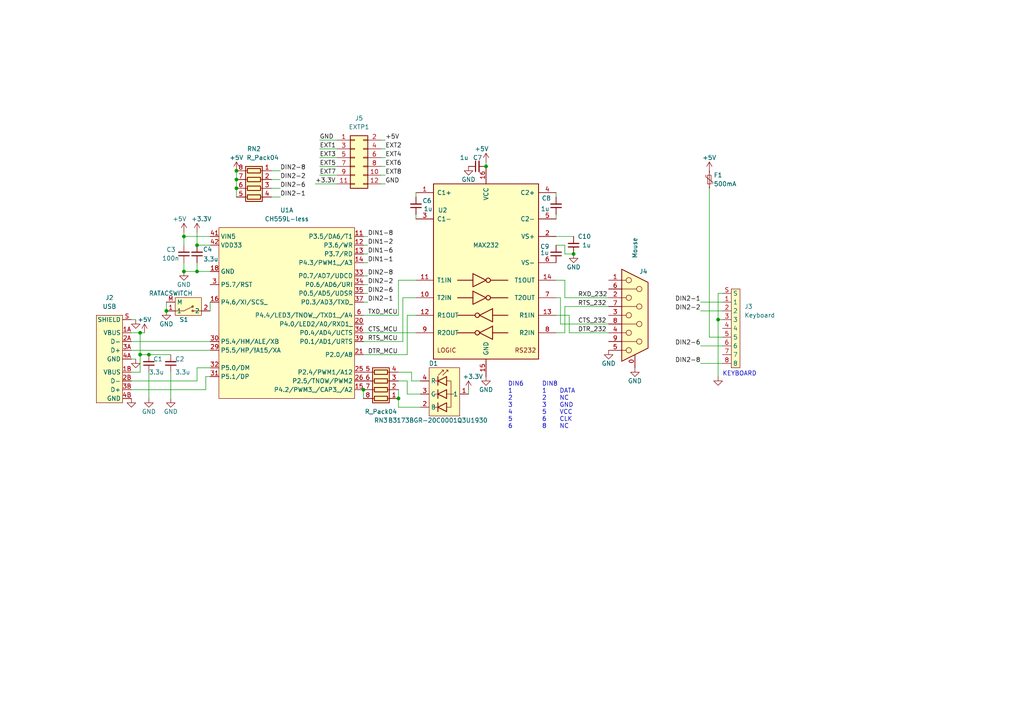
<source format=kicad_sch>
(kicad_sch (version 20211123) (generator eeschema)
  (paper "A4")
  (lib_symbols
    (symbol "CH559L-less_1"
      (property "Reference" "U1" (at 5.715 20.32 0))
      (property "Value" "CH559L-less" (at 5.715 17.78 0))
      (symbol "CH559L-less_1_1_1"
        (rectangle (start -13.97 15.24) (end 25.4 -34.29) (fill (type background)))
        (pin passive line (at 27.94 12.7 180) (length 2.54) (name "P3.5/DA6/T1") (number "11"))
        (pin passive line (at 27.94 10.16 180) (length 2.54) (name "P3.6/WR") (number "12"))
        (pin passive line (at 27.94 7.62 180) (length 2.54) (name "P3.7/RD") (number "13"))
        (pin passive line (at 27.94 5.08 180) (length 2.54) (name "P4.3/PWM1_/A3") (number "14"))
        (pin passive line (at 27.94 -31.75 180) (length 2.54) (name "P4.2/PWM3_/CAP3_/A2") (number "15"))
        (pin passive line (at -16.51 -6.35 0) (length 2.54) (name "P4.6/XI/SCS_") (number "16"))
        (pin passive line (at -16.51 2.54 0) (length 2.54) (name "GND") (number "18"))
        (pin passive line (at 27.94 -12.7 180) (length 2.54) (name "P4.0/LED2/A0/RXD1_") (number "20"))
        (pin passive line (at 27.94 -21.59 180) (length 2.54) (name "P2.0/A8") (number "21"))
        (pin passive line (at 27.94 -26.67 180) (length 2.54) (name "P2.4/PWM1/A12") (number "25"))
        (pin passive line (at 27.94 -29.21 180) (length 2.54) (name "P2.5/TNOW/PWM2") (number "26"))
        (pin passive line (at -16.51 -20.32 0) (length 2.54) (name "P5.5/HP/!A15/XA") (number "29"))
        (pin passive line (at -16.51 -1.27 0) (length 2.54) (name "P5.7/RST") (number "3"))
        (pin passive line (at -16.51 -17.78 0) (length 2.54) (name "P5.4/HM/ALE/XB") (number "30"))
        (pin passive line (at -16.51 -27.94 0) (length 2.54) (name "P5.1/DP") (number "31"))
        (pin passive line (at -16.51 -25.4 0) (length 2.54) (name "P5.0/DM") (number "32"))
        (pin passive line (at 27.94 1.27 180) (length 2.54) (name "P0.7/AD7/UDCD") (number "33"))
        (pin passive line (at 27.94 -1.27 180) (length 2.54) (name "P0.6/AD6/URI") (number "34"))
        (pin passive line (at 27.94 -3.81 180) (length 2.54) (name "P0.5/AD5/UDSR") (number "35"))
        (pin passive line (at 27.94 -15.24 180) (length 2.54) (name "P0.4/AD4/UCTS") (number "36"))
        (pin passive line (at 27.94 -6.35 180) (length 2.54) (name "P0.3/AD3/TXD_") (number "37"))
        (pin passive line (at 27.94 -17.78 180) (length 2.54) (name "P0.1/AD1/URTS") (number "39"))
        (pin passive line (at -16.51 12.7 0) (length 2.54) (name "VIN5") (number "41"))
        (pin passive line (at -16.51 10.16 0) (length 2.54) (name "VDD33") (number "42"))
        (pin passive line (at 27.94 -10.16 180) (length 2.54) (name "P4.4/LED3/TNOW_/TXD1_/A4") (number "6"))
      )
      (symbol "CH559L-less_1_2_1"
        (rectangle (start 41.91 15.24) (end 71.12 -35.56) (fill (type background)))
        (pin passive line (at 29.21 -17.78 180) (length 2.54) (name "P3.4/LEDC/XCS0/T0") (number "10"))
        (pin passive line (at -11.43 7.62 180) (length 2.54) (name "P4.7/X0/SCK_") (number "17"))
        (pin passive line (at -11.43 5.08 180) (length 2.54) (name "P4.1/A1") (number "19"))
        (pin passive line (at -11.43 15.24 180) (length 2.54) (name "P1.7/AIN7/SCK") (number "2"))
        (pin passive line (at 29.21 -30.48 180) (length 2.54) (name "P2.1/MOSI1/A9") (number "22"))
        (pin passive line (at -11.43 -40.64 180) (length 2.54) (name "P2.2/MISO1/A10") (number "23"))
        (pin passive line (at -11.43 -43.18 180) (length 2.54) (name "P2.3/SCK1/A11") (number "24"))
        (pin passive line (at -11.43 -55.88 180) (length 2.54) (name "P2.6/RXD1/A14") (number "27"))
        (pin passive line (at -11.43 -58.42 180) (length 2.54) (name "P2.7/TXD1/DA7/A15") (number "28"))
        (pin passive line (at -11.43 -12.7 180) (length 2.54) (name "P0.2/AD2/RXD_") (number "38"))
        (pin passive line (at -11.43 -46.99 180) (length 2.54) (name "P3.0/RXD") (number "4"))
        (pin passive line (at -11.43 -17.78 180) (length 2.54) (name "P0.0/AD0/UDTR") (number "40"))
        (pin passive line (at -11.43 -20.32 180) (length 2.54) (name "P1.0/AIN0/T1/CAP1") (number "43"))
        (pin passive line (at -11.43 -22.86 180) (length 2.54) (name "P1.1/AIN1/T2EX/CAP2") (number "44"))
        (pin passive line (at 29.21 -49.53 180) (length 2.54) (name "P1.2/AIN2/PWM3/CAP3") (number "45"))
        (pin passive line (at -11.43 -27.94 180) (length 2.54) (name "P1.3/AIN3") (number "46"))
        (pin passive line (at -11.43 -30.48 180) (length 2.54) (name "P1.4/AIN4/SCS") (number "47"))
        (pin passive line (at -11.43 -33.02 180) (length 2.54) (name "P1.5/AIN5/MOSI") (number "48"))
        (pin passive line (at 29.21 -40.64 180) (length 2.54) (name "P4.5/PWM2_/A5") (number "5"))
        (pin passive line (at -11.43 -49.53 180) (length 2.54) (name "P3.1/TXD") (number "7"))
        (pin passive line (at 29.21 -12.7 180) (length 2.54) (name "P3.2/LED0/INT0") (number "8"))
        (pin passive line (at 29.21 -15.24 180) (length 2.54) (name "P3.3/LED1/!A15/INT1") (number "9"))
      )
    )
    (symbol "Connector:DB9_Female_MountingHoles" (pin_names (offset 1.016) hide)
      (property "Reference" "J" (at 0 16.51 0))
      (property "Value" "DB9_Female_MountingHoles" (at 0 14.605 0))
      (symbol "DB9_Female_MountingHoles_0_1"
        (circle (center -1.778 -10.16) (radius 0.762))
        (circle (center -1.778 -5.08) (radius 0.762))
        (circle (center -1.778 0) (radius 0.762))
        (circle (center -1.778 5.08) (radius 0.762))
        (circle (center -1.778 10.16) (radius 0.762))
        (polyline (pts (xy -3.81 -10.16) (xy -2.54 -10.16)))
        (polyline (pts (xy -3.81 -7.62) (xy 0.508 -7.62)))
        (polyline (pts (xy -3.81 -5.08) (xy -2.54 -5.08)))
        (polyline (pts (xy -3.81 -2.54) (xy 0.508 -2.54)))
        (polyline (pts (xy -3.81 0) (xy -2.54 0)))
        (polyline (pts (xy -3.81 2.54) (xy 0.508 2.54)))
        (polyline (pts (xy -3.81 5.08) (xy -2.54 5.08)))
        (polyline (pts (xy -3.81 7.62) (xy 0.508 7.62)))
        (polyline (pts (xy -3.81 10.16) (xy -2.54 10.16)))
        (polyline (pts (xy -3.81 13.335) (xy -3.81 -13.335) (xy 3.81 -9.525) (xy 3.81 9.525) (xy -3.81 13.335)) (stroke (width 0.254)) (fill (type background)))
        (circle (center 1.27 -7.62) (radius 0.762))
        (circle (center 1.27 -2.54) (radius 0.762))
        (circle (center 1.27 2.54) (radius 0.762))
        (circle (center 1.27 7.62) (radius 0.762))
      )
      (symbol "DB9_Female_MountingHoles_1_1"
        (pin passive line (at 0 -15.24 90) (length 3.81) (name "PAD") (number "0"))
        (pin passive line (at -7.62 10.16 0) (length 3.81) (name "1") (number "1"))
        (pin passive line (at -7.62 5.08 0) (length 3.81) (name "2") (number "2"))
        (pin passive line (at -7.62 0 0) (length 3.81) (name "3") (number "3"))
        (pin passive line (at -7.62 -5.08 0) (length 3.81) (name "4") (number "4"))
        (pin passive line (at -7.62 -10.16 0) (length 3.81) (name "5") (number "5"))
        (pin passive line (at -7.62 7.62 0) (length 3.81) (name "6") (number "6"))
        (pin passive line (at -7.62 2.54 0) (length 3.81) (name "7") (number "7"))
        (pin passive line (at -7.62 -2.54 0) (length 3.81) (name "8") (number "8"))
        (pin passive line (at -7.62 -7.62 0) (length 3.81) (name "9") (number "9"))
      )
    )
    (symbol "Connector_Generic:Conn_02x06_Odd_Even" (pin_names (offset 1.016) hide)
      (property "Reference" "J" (at 1.27 7.62 0))
      (property "Value" "Conn_02x06_Odd_Even" (at 1.27 -10.16 0))
      (symbol "Conn_02x06_Odd_Even_1_1"
        (rectangle (start -1.27 -7.493) (end 0 -7.747) (stroke (width 0.1524)))
        (rectangle (start -1.27 -4.953) (end 0 -5.207) (stroke (width 0.1524)))
        (rectangle (start -1.27 -2.413) (end 0 -2.667) (stroke (width 0.1524)))
        (rectangle (start -1.27 0.127) (end 0 -0.127) (stroke (width 0.1524)))
        (rectangle (start -1.27 2.667) (end 0 2.413) (stroke (width 0.1524)))
        (rectangle (start -1.27 5.207) (end 0 4.953) (stroke (width 0.1524)))
        (rectangle (start -1.27 6.35) (end 3.81 -8.89) (stroke (width 0.254)) (fill (type background)))
        (rectangle (start 3.81 -7.493) (end 2.54 -7.747) (stroke (width 0.1524)))
        (rectangle (start 3.81 -4.953) (end 2.54 -5.207) (stroke (width 0.1524)))
        (rectangle (start 3.81 -2.413) (end 2.54 -2.667) (stroke (width 0.1524)))
        (rectangle (start 3.81 0.127) (end 2.54 -0.127) (stroke (width 0.1524)))
        (rectangle (start 3.81 2.667) (end 2.54 2.413) (stroke (width 0.1524)))
        (rectangle (start 3.81 5.207) (end 2.54 4.953) (stroke (width 0.1524)))
        (pin passive line (at -5.08 5.08 0) (length 3.81) (name "Pin_1") (number "1"))
        (pin passive line (at 7.62 -5.08 180) (length 3.81) (name "Pin_10") (number "10"))
        (pin passive line (at -5.08 -7.62 0) (length 3.81) (name "Pin_11") (number "11"))
        (pin passive line (at 7.62 -7.62 180) (length 3.81) (name "Pin_12") (number "12"))
        (pin passive line (at 7.62 5.08 180) (length 3.81) (name "Pin_2") (number "2"))
        (pin passive line (at -5.08 2.54 0) (length 3.81) (name "Pin_3") (number "3"))
        (pin passive line (at 7.62 2.54 180) (length 3.81) (name "Pin_4") (number "4"))
        (pin passive line (at -5.08 0 0) (length 3.81) (name "Pin_5") (number "5"))
        (pin passive line (at 7.62 0 180) (length 3.81) (name "Pin_6") (number "6"))
        (pin passive line (at -5.08 -2.54 0) (length 3.81) (name "Pin_7") (number "7"))
        (pin passive line (at 7.62 -2.54 180) (length 3.81) (name "Pin_8") (number "8"))
        (pin passive line (at -5.08 -5.08 0) (length 3.81) (name "Pin_9") (number "9"))
      )
    )
    (symbol "Device:C_Small" (pin_numbers hide) (pin_names (offset 0.254) hide)
      (property "Reference" "C" (at 0.254 1.778 0))
      (property "Value" "C_Small" (at 0.254 -2.032 0))
      (symbol "C_Small_0_1"
        (polyline (pts (xy -1.524 -0.508) (xy 1.524 -0.508)) (stroke (width 0.3302)))
        (polyline (pts (xy -1.524 0.508) (xy 1.524 0.508)) (stroke (width 0.3048)))
      )
      (symbol "C_Small_1_1"
        (pin passive line (at 0 2.54 270) (length 2.032) (name "~") (number "1"))
        (pin passive line (at 0 -2.54 90) (length 2.032) (name "~") (number "2"))
      )
    )
    (symbol "Device:Polyfuse_Small" (pin_numbers hide) (pin_names (offset 0))
      (property "Reference" "F" (at -1.905 0 90))
      (property "Value" "Polyfuse_Small" (at 1.905 0 90))
      (symbol "Polyfuse_Small_0_1"
        (rectangle (start -0.508 1.27) (end 0.508 -1.27))
        (polyline (pts (xy 0 2.54) (xy 0 -2.54)))
        (polyline (pts (xy -1.016 1.27) (xy -1.016 0.762) (xy 1.016 -0.762) (xy 1.016 -1.27)))
      )
      (symbol "Polyfuse_Small_1_1"
        (pin passive line (at 0 2.54 270) (length 0.635) (name "~") (number "1"))
        (pin passive line (at 0 -2.54 90) (length 0.635) (name "~") (number "2"))
      )
    )
    (symbol "Device:R_Pack04" (pin_names (offset 0) hide)
      (property "Reference" "RN" (at -7.62 0 90))
      (property "Value" "R_Pack04" (at 5.08 0 90))
      (symbol "R_Pack04_0_1"
        (rectangle (start -6.35 -2.413) (end 3.81 2.413) (stroke (width 0.254)) (fill (type background)))
        (rectangle (start -5.715 1.905) (end -4.445 -1.905) (stroke (width 0.254)))
        (rectangle (start -3.175 1.905) (end -1.905 -1.905) (stroke (width 0.254)))
        (rectangle (start -0.635 1.905) (end 0.635 -1.905) (stroke (width 0.254)))
        (polyline (pts (xy -5.08 -2.54) (xy -5.08 -1.905)))
        (polyline (pts (xy -5.08 1.905) (xy -5.08 2.54)))
        (polyline (pts (xy -2.54 -2.54) (xy -2.54 -1.905)))
        (polyline (pts (xy -2.54 1.905) (xy -2.54 2.54)))
        (polyline (pts (xy 0 -2.54) (xy 0 -1.905)))
        (polyline (pts (xy 0 1.905) (xy 0 2.54)))
        (polyline (pts (xy 2.54 -2.54) (xy 2.54 -1.905)))
        (polyline (pts (xy 2.54 1.905) (xy 2.54 2.54)))
        (rectangle (start 1.905 1.905) (end 3.175 -1.905) (stroke (width 0.254)))
      )
      (symbol "R_Pack04_1_1"
        (pin passive line (at -5.08 -5.08 90) (length 2.54) (name "R1.1") (number "1"))
        (pin passive line (at -2.54 -5.08 90) (length 2.54) (name "R2.1") (number "2"))
        (pin passive line (at 0 -5.08 90) (length 2.54) (name "R3.1") (number "3"))
        (pin passive line (at 2.54 -5.08 90) (length 2.54) (name "R4.1") (number "4"))
        (pin passive line (at 2.54 5.08 270) (length 2.54) (name "R4.2") (number "5"))
        (pin passive line (at 0 5.08 270) (length 2.54) (name "R3.2") (number "6"))
        (pin passive line (at -2.54 5.08 270) (length 2.54) (name "R2.2") (number "7"))
        (pin passive line (at -5.08 5.08 270) (length 2.54) (name "R1.2") (number "8"))
      )
    )
    (symbol "Interface_UART:MAX232" (pin_names (offset 1.016))
      (property "Reference" "U" (at -2.54 28.575 0))
      (property "Value" "MAX232" (at -2.54 26.67 0))
      (symbol "MAX232_0_0"
        (text "LOGIC" (at -11.43 -22.86 0) (effects (font (size 1.27 1.27))))
        (text "RS232" (at 11.43 -22.86 0) (effects (font (size 1.27 1.27))))
      )
      (symbol "MAX232_0_1"
        (rectangle (start -15.24 -25.4) (end 15.24 25.4) (stroke (width 0.254)) (fill (type background)))
        (circle (center -2.54 -17.78) (radius 0.635) (stroke (width 0.254)))
        (circle (center -2.54 -12.7) (radius 0.635) (stroke (width 0.254)))
        (polyline (pts (xy -3.81 -7.62) (xy -8.255 -7.62)) (stroke (width 0.254)))
        (polyline (pts (xy -3.81 -2.54) (xy -8.255 -2.54)) (stroke (width 0.254)))
        (polyline (pts (xy -3.175 -17.78) (xy -8.255 -17.78)) (stroke (width 0.254)))
        (polyline (pts (xy -3.175 -12.7) (xy -8.255 -12.7)) (stroke (width 0.254)))
        (polyline (pts (xy 1.27 -7.62) (xy 6.35 -7.62)) (stroke (width 0.254)))
        (polyline (pts (xy 1.27 -2.54) (xy 6.35 -2.54)) (stroke (width 0.254)))
        (polyline (pts (xy 1.905 -17.78) (xy 6.35 -17.78)) (stroke (width 0.254)))
        (polyline (pts (xy 1.905 -12.7) (xy 6.35 -12.7)) (stroke (width 0.254)))
        (polyline (pts (xy -3.81 -5.715) (xy -3.81 -9.525) (xy 0 -7.62) (xy -3.81 -5.715)) (stroke (width 0.254)))
        (polyline (pts (xy -3.81 -0.635) (xy -3.81 -4.445) (xy 0 -2.54) (xy -3.81 -0.635)) (stroke (width 0.254)))
        (polyline (pts (xy 1.905 -15.875) (xy 1.905 -19.685) (xy -1.905 -17.78) (xy 1.905 -15.875)) (stroke (width 0.254)))
        (polyline (pts (xy 1.905 -10.795) (xy 1.905 -14.605) (xy -1.905 -12.7) (xy 1.905 -10.795)) (stroke (width 0.254)))
        (circle (center 0.635 -7.62) (radius 0.635) (stroke (width 0.254)))
        (circle (center 0.635 -2.54) (radius 0.635) (stroke (width 0.254)))
      )
      (symbol "MAX232_1_1"
        (pin passive line (at -20.32 22.86 0) (length 5.08) (name "C1+") (number "1"))
        (pin input line (at -20.32 -7.62 0) (length 5.08) (name "T2IN") (number "10"))
        (pin input line (at -20.32 -2.54 0) (length 5.08) (name "T1IN") (number "11"))
        (pin output line (at -20.32 -12.7 0) (length 5.08) (name "R1OUT") (number "12"))
        (pin input line (at 20.32 -12.7 180) (length 5.08) (name "R1IN") (number "13"))
        (pin output line (at 20.32 -2.54 180) (length 5.08) (name "T1OUT") (number "14"))
        (pin power_in line (at 0 -30.48 90) (length 5.08) (name "GND") (number "15"))
        (pin power_in line (at 0 30.48 270) (length 5.08) (name "VCC") (number "16"))
        (pin power_out line (at 20.32 10.16 180) (length 5.08) (name "VS+") (number "2"))
        (pin passive line (at -20.32 15.24 0) (length 5.08) (name "C1-") (number "3"))
        (pin passive line (at 20.32 22.86 180) (length 5.08) (name "C2+") (number "4"))
        (pin passive line (at 20.32 15.24 180) (length 5.08) (name "C2-") (number "5"))
        (pin power_out line (at 20.32 2.54 180) (length 5.08) (name "VS-") (number "6"))
        (pin output line (at 20.32 -7.62 180) (length 5.08) (name "T2OUT") (number "7"))
        (pin input line (at 20.32 -17.78 180) (length 5.08) (name "R2IN") (number "8"))
        (pin output line (at -20.32 -17.78 0) (length 5.08) (name "R2OUT") (number "9"))
      )
    )
    (symbol "Library:DIN8"
      (property "Reference" "J" (at 3.81 10.16 0))
      (property "Value" "DIN8" (at 3.81 -15.24 0))
      (symbol "DIN8_0_1"
        (rectangle (start 2.54 8.89) (end 5.08 -13.97) (fill (type background)))
      )
      (symbol "DIN8_1_1"
        (pin passive line (at 0 5.08 0) (length 2.54) (name "1") (number "1"))
        (pin passive line (at 0 2.54 0) (length 2.54) (name "2") (number "2"))
        (pin passive line (at 0 0 0) (length 2.54) (name "3") (number "3"))
        (pin passive line (at 0 -2.54 0) (length 2.54) (name "4") (number "4"))
        (pin passive line (at 0 -5.08 0) (length 2.54) (name "5") (number "5"))
        (pin passive line (at 0 -7.62 0) (length 2.54) (name "6") (number "6"))
        (pin passive line (at 0 -10.16 0) (length 2.54) (name "7") (number "7"))
        (pin passive line (at 0 -12.7 0) (length 2.54) (name "8") (number "8"))
        (pin passive line (at 0 7.62 0) (length 2.54) (name "S") (number "S"))
      )
    )
    (symbol "power:+3.3V" (power) (pin_names (offset 0))
      (property "Value" "+3.3V" (at 0 3.556 0))
      (symbol "+3.3V_0_1"
        (polyline (pts (xy -0.762 1.27) (xy 0 2.54)))
        (polyline (pts (xy 0 0) (xy 0 2.54)))
        (polyline (pts (xy 0 2.54) (xy 0.762 1.27)))
      )
      (symbol "+3.3V_1_1"
        (pin power_in line (at 0 0 90) (length 0) hide (name "+3.3V") (number "1"))
      )
    )
    (symbol "power:+5V" (power) (pin_names (offset 0))
      (property "Value" "+5V" (at 0 3.556 0))
      (symbol "+5V_0_1"
        (polyline (pts (xy -0.762 1.27) (xy 0 2.54)))
        (polyline (pts (xy 0 0) (xy 0 2.54)))
        (polyline (pts (xy 0 2.54) (xy 0.762 1.27)))
      )
      (symbol "+5V_1_1"
        (pin power_in line (at 0 0 90) (length 0) hide (name "+5V") (number "1"))
      )
    )
    (symbol "power:GND" (power) (pin_names (offset 0))
      (property "Value" "GND" (at 0 -3.81 0))
      (symbol "GND_0_1"
        (polyline (pts (xy 0 0) (xy 0 -1.27) (xy 1.27 -1.27) (xy 0 -2.54) (xy -1.27 -1.27) (xy 0 -1.27)))
      )
      (symbol "GND_1_1"
        (pin power_in line (at 0 0 270) (length 0) hide (name "GND") (number "1"))
      )
    )
    (symbol "ps2usb:B3173BGR-20C0001Q3U1930"
      (property "Reference" "D" (at 0 -8.89 0))
      (property "Value" "B3173BGR-20C0001Q3U1930" (at 0 7.62 0))
      (symbol "B3173BGR-20C0001Q3U1930_0_1"
        (rectangle (start -3.81 6.35) (end 5.08 -7.62) (fill (type background)))
        (polyline (pts (xy -1.27 -5.08) (xy -2.032 -5.08)))
        (polyline (pts (xy -1.27 -3.81) (xy -1.27 -6.35)) (stroke (width 0.254)))
        (polyline (pts (xy -1.27 -1.27) (xy -2.032 -1.27)))
        (polyline (pts (xy -1.27 0) (xy -1.27 -2.54)) (stroke (width 0.254)))
        (polyline (pts (xy -1.27 2.54) (xy -2.032 2.54)))
        (polyline (pts (xy -1.27 3.81) (xy -1.27 1.27)) (stroke (width 0.254)))
        (polyline (pts (xy 1.651 5.715) (xy 1.143 5.715)))
        (polyline (pts (xy 2.54 -1.27) (xy 1.27 -1.27)))
        (polyline (pts (xy 2.54 -1.27) (xy 3.302 -1.27)))
        (polyline (pts (xy 0.127 4.191) (xy 1.651 5.715) (xy 1.651 5.207)))
        (polyline (pts (xy 2.54 -1.27) (xy 2.54 -5.08) (xy 1.27 -5.08)))
        (polyline (pts (xy 2.54 -1.27) (xy 2.54 2.54) (xy 1.27 2.54)))
        (polyline (pts (xy 1.27 -6.35) (xy 1.27 -3.81) (xy -1.27 -5.08) (xy 1.27 -6.35)) (stroke (width 0.254)))
        (polyline (pts (xy 1.27 -2.54) (xy 1.27 0) (xy -1.27 -1.27) (xy 1.27 -2.54)) (stroke (width 0.254)))
        (polyline (pts (xy 1.27 1.27) (xy 1.27 3.81) (xy -1.27 2.54) (xy 1.27 1.27)) (stroke (width 0.254)))
        (polyline (pts (xy -1.143 4.191) (xy 0.381 5.715) (xy 0.381 5.207) (xy 0.381 5.715) (xy -0.127 5.715)))
      )
      (symbol "B3173BGR-20C0001Q3U1930_1_1"
        (pin passive line (at 7.62 -1.27 180) (length 2.54) (name "1") (number "1"))
        (pin passive line (at -6.35 -5.08 0) (length 2.54) (name "B") (number "2"))
        (pin passive line (at -6.35 -1.27 0) (length 2.54) (name "G") (number "3"))
        (pin passive line (at -6.35 2.54 0) (length 2.54) (name "R") (number "4"))
      )
    )
    (symbol "ps2usb:RATACSWITCH"
      (property "Reference" "S" (at -1.27 -2.54 0))
      (property "Value" "RATACSWITCH" (at 0 5.588 0))
      (symbol "RATACSWITCH_0_1"
        (rectangle (start -2.54 3.81) (end 5.08 -1.27) (fill (type background)))
        (polyline (pts (xy 0 0) (xy -2.54 0)))
        (polyline (pts (xy 0 0) (xy 2.54 1.27)))
        (polyline (pts (xy 5.08 0) (xy 2.54 0)))
        (circle (center 2.54 0) (radius 0.254))
        (circle (center 2.54 1.27) (radius 0.254))
      )
      (symbol "RATACSWITCH_1_1"
        (pin passive line (at -5.08 0 0) (length 2.54) (name "1") (number "1"))
        (pin passive line (at 7.62 0 180) (length 2.54) (name "2") (number "2"))
        (pin passive line (at -5.08 2.54 0) (length 2.54) (name "M") (number "M"))
      )
    )
    (symbol "ps2usb:USB1035"
      (property "Reference" "J" (at 3.81 3.81 0))
      (property "Value" "USB1035" (at 7.62 -24.13 0))
      (symbol "USB1035_0_1"
        (rectangle (start 2.54 2.54) (end 10.16 -22.86) (fill (type background)))
      )
      (symbol "USB1035_1_1"
        (pin power_in line (at 0 -2.54 0) (length 2.54) (name "VBUS") (number "1A"))
        (pin power_in line (at 0 -13.97 0) (length 2.54) (name "VBUS") (number "1B"))
        (pin bidirectional line (at 0 -5.08 0) (length 2.54) (name "D-") (number "2A"))
        (pin bidirectional line (at 0 -16.51 0) (length 2.54) (name "D-") (number "2B"))
        (pin bidirectional line (at 0 -7.62 0) (length 2.54) (name "D+") (number "3A"))
        (pin bidirectional line (at 0 -19.05 0) (length 2.54) (name "D+") (number "3B"))
        (pin power_in line (at 0 -10.16 0) (length 2.54) (name "GND") (number "4A"))
        (pin power_in line (at 0 -21.59 0) (length 2.54) (name "GND") (number "4B"))
        (pin power_in line (at 0 1.27 0) (length 2.54) (name "SHIELD") (number "S"))
      )
    )
  )
  (junction (at 208.28 92.71))
  (junction (at 57.15 71.12))
  (junction (at 53.34 78.74))
  (junction (at 68.58 54.61))
  (junction (at 68.58 49.53))
  (junction (at 43.18 102.87))
  (junction (at 48.26 90.17))
  (junction (at 40.64 102.87))
  (junction (at 68.58 52.07))
  (junction (at 105.41 113.03))
  (junction (at 53.34 68.58))
  (junction (at 115.57 115.57))
  (junction (at 166.37 73.66))
  (junction (at 140.97 48.26))
  (junction (at 57.15 78.74))
  (junction (at 40.64 96.52))
  (wire (pts (xy 53.34 67.31) (xy 53.34 68.58)))
  (wire (pts (xy 57.15 76.2) (xy 57.15 78.74)))
  (wire (pts (xy 40.64 102.87) (xy 40.64 107.95)))
  (wire (pts (xy 118.11 110.49) (xy 118.11 114.3)))
  (wire (pts (xy 161.29 71.12) (xy 163.83 71.12)))
  (wire (pts (xy 106.68 85.09) (xy 105.41 85.09)))
  (wire (pts (xy 115.57 91.44) (xy 115.57 81.28)))
  (wire (pts (xy 38.1 104.14) (xy 39.37 104.14)))
  (wire (pts (xy 161.29 81.28) (xy 163.83 81.28)))
  (wire (pts (xy 118.11 91.44) (xy 120.65 91.44)))
  (wire (pts (xy 81.28 57.15) (xy 78.74 57.15)))
  (wire (pts (xy 57.15 71.12) (xy 60.96 71.12)))
  (wire (pts (xy 161.29 96.52) (xy 163.83 96.52)))
  (wire (pts (xy 38.1 113.03) (xy 59.69 113.03)))
  (wire (pts (xy 135.89 113.03) (xy 135.89 114.3)))
  (wire (pts (xy 120.65 62.23) (xy 120.65 63.5)))
  (wire (pts (xy 68.58 52.07) (xy 68.58 54.61)))
  (wire (pts (xy 53.34 76.2) (xy 53.34 78.74)))
  (wire (pts (xy 120.65 55.88) (xy 120.65 57.15)))
  (wire (pts (xy 106.68 80.01) (xy 105.41 80.01)))
  (wire (pts (xy 209.55 92.71) (xy 208.28 92.71)))
  (wire (pts (xy 203.2 87.63) (xy 209.55 87.63)))
  (wire (pts (xy 140.97 46.99) (xy 140.97 48.26)))
  (wire (pts (xy 57.15 78.74) (xy 53.34 78.74)))
  (wire (pts (xy 106.68 73.66) (xy 105.41 73.66)))
  (wire (pts (xy 110.49 40.64) (xy 111.76 40.64)))
  (wire (pts (xy 38.1 107.95) (xy 40.64 107.95)))
  (wire (pts (xy 161.29 62.23) (xy 161.29 63.5)))
  (wire (pts (xy 81.28 49.53) (xy 78.74 49.53)))
  (wire (pts (xy 106.68 68.58) (xy 105.41 68.58)))
  (wire (pts (xy 110.49 50.8) (xy 111.76 50.8)))
  (wire (pts (xy 209.55 85.09) (xy 208.28 85.09)))
  (wire (pts (xy 209.55 97.79) (xy 205.74 97.79)))
  (wire (pts (xy 38.1 99.06) (xy 60.96 99.06)))
  (wire (pts (xy 40.64 96.52) (xy 41.91 96.52)))
  (wire (pts (xy 162.56 86.36) (xy 162.56 93.98)))
  (wire (pts (xy 161.29 91.44) (xy 165.1 91.44)))
  (wire (pts (xy 119.38 107.95) (xy 119.38 110.49)))
  (wire (pts (xy 176.53 88.9) (xy 163.83 88.9)))
  (wire (pts (xy 68.58 54.61) (xy 68.58 57.15)))
  (wire (pts (xy 81.28 52.07) (xy 78.74 52.07)))
  (wire (pts (xy 59.69 113.03) (xy 59.69 109.22)))
  (wire (pts (xy 43.18 115.57) (xy 43.18 107.95)))
  (wire (pts (xy 208.28 85.09) (xy 208.28 92.71)))
  (wire (pts (xy 115.57 81.28) (xy 120.65 81.28)))
  (wire (pts (xy 176.53 86.36) (xy 163.83 86.36)))
  (wire (pts (xy 40.64 102.87) (xy 43.18 102.87)))
  (wire (pts (xy 105.41 96.52) (xy 120.65 96.52)))
  (wire (pts (xy 40.64 96.52) (xy 40.64 102.87)))
  (wire (pts (xy 166.37 73.66) (xy 163.83 73.66)))
  (wire (pts (xy 81.28 54.61) (xy 78.74 54.61)))
  (wire (pts (xy 60.96 90.17) (xy 60.96 87.63)))
  (wire (pts (xy 115.57 107.95) (xy 119.38 107.95)))
  (wire (pts (xy 203.2 105.41) (xy 209.55 105.41)))
  (wire (pts (xy 110.49 53.34) (xy 111.76 53.34)))
  (wire (pts (xy 105.41 91.44) (xy 115.57 91.44)))
  (wire (pts (xy 115.57 118.11) (xy 121.92 118.11)))
  (wire (pts (xy 106.68 87.63) (xy 105.41 87.63)))
  (wire (pts (xy 105.41 113.03) (xy 105.41 115.57)))
  (wire (pts (xy 60.96 78.74) (xy 57.15 78.74)))
  (wire (pts (xy 68.58 49.53) (xy 68.58 52.07)))
  (wire (pts (xy 106.68 82.55) (xy 105.41 82.55)))
  (wire (pts (xy 43.18 102.87) (xy 49.53 102.87)))
  (wire (pts (xy 208.28 92.71) (xy 208.28 109.22)))
  (wire (pts (xy 106.68 76.2) (xy 105.41 76.2)))
  (wire (pts (xy 110.49 43.18) (xy 111.76 43.18)))
  (wire (pts (xy 53.34 68.58) (xy 53.34 71.12)))
  (wire (pts (xy 59.69 109.22) (xy 60.96 109.22)))
  (wire (pts (xy 91.44 53.34) (xy 97.79 53.34)))
  (wire (pts (xy 57.15 106.68) (xy 57.15 110.49)))
  (wire (pts (xy 38.1 96.52) (xy 40.64 96.52)))
  (wire (pts (xy 92.71 48.26) (xy 97.79 48.26)))
  (wire (pts (xy 60.96 68.58) (xy 53.34 68.58)))
  (wire (pts (xy 163.83 73.66) (xy 163.83 71.12)))
  (wire (pts (xy 92.71 45.72) (xy 97.79 45.72)))
  (wire (pts (xy 38.1 101.6) (xy 60.96 101.6)))
  (wire (pts (xy 115.57 113.03) (xy 115.57 115.57)))
  (wire (pts (xy 105.41 102.87) (xy 118.11 102.87)))
  (wire (pts (xy 161.29 86.36) (xy 162.56 86.36)))
  (wire (pts (xy 161.29 68.58) (xy 166.37 68.58)))
  (wire (pts (xy 163.83 88.9) (xy 163.83 96.52)))
  (wire (pts (xy 118.11 91.44) (xy 118.11 102.87)))
  (wire (pts (xy 92.71 50.8) (xy 97.79 50.8)))
  (wire (pts (xy 92.71 43.18) (xy 97.79 43.18)))
  (wire (pts (xy 106.68 71.12) (xy 105.41 71.12)))
  (wire (pts (xy 116.84 99.06) (xy 116.84 86.36)))
  (wire (pts (xy 38.1 92.71) (xy 39.37 92.71)))
  (wire (pts (xy 115.57 110.49) (xy 118.11 110.49)))
  (wire (pts (xy 49.53 115.57) (xy 49.53 107.95)))
  (wire (pts (xy 115.57 115.57) (xy 115.57 118.11)))
  (wire (pts (xy 118.11 114.3) (xy 121.92 114.3)))
  (wire (pts (xy 119.38 110.49) (xy 121.92 110.49)))
  (wire (pts (xy 203.2 90.17) (xy 209.55 90.17)))
  (wire (pts (xy 92.71 40.64) (xy 97.79 40.64)))
  (wire (pts (xy 165.1 96.52) (xy 176.53 96.52)))
  (wire (pts (xy 161.29 55.88) (xy 161.29 57.15)))
  (wire (pts (xy 48.26 87.63) (xy 48.26 90.17)))
  (wire (pts (xy 110.49 48.26) (xy 111.76 48.26)))
  (wire (pts (xy 205.74 54.61) (xy 205.74 97.79)))
  (wire (pts (xy 105.41 99.06) (xy 116.84 99.06)))
  (wire (pts (xy 38.1 110.49) (xy 57.15 110.49)))
  (wire (pts (xy 57.15 67.31) (xy 57.15 71.12)))
  (wire (pts (xy 110.49 45.72) (xy 111.76 45.72)))
  (wire (pts (xy 57.15 106.68) (xy 60.96 106.68)))
  (wire (pts (xy 163.83 86.36) (xy 163.83 81.28)))
  (wire (pts (xy 162.56 93.98) (xy 176.53 93.98)))
  (wire (pts (xy 116.84 86.36) (xy 120.65 86.36)))
  (wire (pts (xy 165.1 91.44) (xy 165.1 96.52)))
  (wire (pts (xy 203.2 100.33) (xy 209.55 100.33)))
  (text "DIN6	DIN8\n1		1	DATA\n2		2	NC\n3		3	GND\n4		5	VCC\n5		6	CLK\n6		8	NC" (at 147.32 124.46 0) (effects (font (size 1.27 1.27)) (justify left bottom)))
  (text "KEYBOARD" (at 209.55 109.22 0) (effects (font (size 1.27 1.27)) (justify left bottom)))
  (label "DIN1-8" (at 106.68 68.58 0))
  (label "DIN2-6" (at 81.28 54.61 0))
  (label "EXT5" (at 92.71 48.26 0))
  (label "DIN2-8" (at 106.68 80.01 0))
  (label "GND" (at 111.76 53.34 0))
  (label "EXT4" (at 111.76 45.72 0))
  (label "GND" (at 92.71 40.64 0))
  (label "DIN2-6" (at 106.68 85.09 0))
  (label "DIN2-2" (at 81.28 52.07 0))
  (label "+3.3V" (at 91.44 53.34 0))
  (label "DIN1-2" (at 106.68 71.12 0))
  (label "EXT6" (at 111.76 48.26 0))
  (label "DIN2-6" (at 203.2 100.33 180))
  (label "DIN2-2" (at 203.2 90.17 180))
  (label "RTS_232" (at 167.64 88.9 0))
  (label "DTR_232" (at 167.64 96.52 0))
  (label "DIN1-6" (at 106.68 73.66 0))
  (label "EXT8" (at 111.76 50.8 0))
  (label "DTR_MCU" (at 106.68 102.87 0))
  (label "RXD_232" (at 167.64 86.36 0))
  (label "EXT7" (at 92.71 50.8 0))
  (label "EXT2" (at 111.76 43.18 0))
  (label "DIN2-8" (at 81.28 49.53 0))
  (label "DIN2-1" (at 203.2 87.63 180))
  (label "EXT1" (at 92.71 43.18 0))
  (label "TXD_MCU" (at 106.68 91.44 0))
  (label "EXT3" (at 92.71 45.72 0))
  (label "+5V" (at 111.76 40.64 0))
  (label "DIN1-1" (at 106.68 76.2 0))
  (label "CTS_MCU" (at 106.68 96.52 0))
  (label "RTS_MCU" (at 106.68 99.06 0))
  (label "DIN2-1" (at 106.68 87.63 0))
  (label "DIN2-8" (at 203.2 105.41 180))
  (label "DIN2-2" (at 106.68 82.55 0))
  (label "CTS_232" (at 167.64 93.98 0))
  (label "DIN2-1" (at 81.28 57.15 0))
  (symbol (lib_id "Device:R_Pack04") (at 73.66 54.61 90) (mirror x) (unit 1)
    (property "Reference" "RN2" (at 73.66 43.18 90))
    (property "Value" "R_Pack04" (at 76.2 45.72 90))
    (property "Footprint" "Resistor_SMD:R_Array_Convex_4x1206" (effects hide))
  )
  (symbol (lib_id "power:GND") (at 53.34 78.74 0) (unit 1)
    (property "Reference" "#PWR0106" (effects hide))
    (property "Value" "GND" (at 53.34 82.55 0))
  )
  (symbol (lib_id "ps2usb:USB1035") (at 38.1 93.98 0) (mirror y) (unit 1)
    (property "Reference" "J2" (at 31.75 86.36 0))
    (property "Value" "USB" (at 31.75 88.9 0))
    (property "Footprint" "Connector_PinHeader_2.54mm:PinHeader_2x04_P2.54mm_Vertical" (effects hide))
  )
  (symbol (lib_id "Device:Polyfuse_Small") (at 205.74 52.07 0) (unit 1)
    (property "Reference" "F1" (at 207.01 50.8 0) (effects (justify left)))
    (property "Value" "500mA" (at 207.01 53.34 0) (effects (justify left)))
    (property "Footprint" "Fuse:Fuse_1206_3216Metric" (effects hide))
  )
  (symbol (lib_id "power:GND") (at 135.89 48.26 0) (unit 1)
    (property "Reference" "#PWR05" (effects hide))
    (property "Value" "GND" (at 135.89 52.07 0))
  )
  (symbol (lib_id "Device:C_Small") (at 138.43 48.26 90) (unit 1)
    (property "Reference" "C7" (at 137.16 45.72 90) (effects (justify right)))
    (property "Value" "1u" (at 133.35 45.72 90) (effects (justify right)))
    (property "Footprint" "Capacitor_SMD:C_0603_1608Metric" (effects hide))
  )
  (symbol (lib_id "power:GND") (at 39.37 104.14 0) (unit 1)
    (property "Reference" "#PWR03" (effects hide))
    (property "Value" "GND" (effects hide))
  )
  (symbol (lib_id "power:+5V") (at 53.34 67.31 0) (unit 1)
    (property "Reference" "#PWR0104" (effects hide))
    (property "Value" "+5V" (at 52.07 63.5 0))
  )
  (symbol (lib_id "power:GND") (at 48.26 90.17 0) (unit 1)
    (property "Reference" "#PWR0102" (effects hide))
    (property "Value" "GND" (at 48.26 93.98 0))
  )
  (symbol (lib_id "power:GND") (at 184.15 106.68 0) (unit 1)
    (property "Reference" "#PWR010" (effects hide))
    (property "Value" "GND" (at 184.15 110.49 0))
  )
  (symbol (lib_id "power:GND") (at 166.37 73.66 0) (unit 1)
    (property "Reference" "#PWR08" (effects hide))
    (property "Value" "GND" (at 166.37 77.47 0))
  )
  (symbol (lib_id "power:+3.3V") (at 57.15 67.31 0) (unit 1)
    (property "Reference" "#PWR0105" (effects hide))
    (property "Value" "+3.3V" (at 58.42 63.5 0))
  )
  (symbol (lib_id "power:GND") (at 208.28 109.22 0) (unit 1)
    (property "Reference" "#PWR0107" (effects hide))
    (property "Value" "GND" (effects hide))
  )
  (symbol (lib_id "power:+5V") (at 205.74 49.53 0) (unit 1)
    (property "Reference" "#PWR0109" (effects hide))
    (property "Value" "+5V" (at 205.74 45.72 0))
  )
  (symbol (lib_id "Device:C_Small") (at 53.34 73.66 180) (unit 1)
    (property "Reference" "C3" (at 48.26 72.39 0) (effects (justify right)))
    (property "Value" "100n" (at 46.99 74.93 0) (effects (justify right)))
    (property "Footprint" "Capacitor_SMD:C_0603_1608Metric" (effects hide))
  )
  (symbol (lib_id "Device:C_Small") (at 57.15 73.66 180) (unit 1)
    (property "Reference" "C4" (at 58.8637 72.3264 0) (effects (justify right)))
    (property "Value" "3.3u" (at 58.9627 75.1512 0) (effects (justify right)))
    (property "Footprint" "Capacitor_SMD:C_0603_1608Metric" (effects hide))
  )
  (symbol (lib_name "CH559L-less_1") (lib_id "ps2usb:CH559L-less") (at 77.47 81.28 0) (unit 1)
    (property "Reference" "U1" (at 83.185 60.96 0))
    (property "Value" "CH559L-less" (at 83.185 63.5 0))
    (property "Footprint" "ps2usb:QFP-12x12_14x14_Pitch0.5mm" (effects hide))
  )
  (symbol (lib_id "Device:C_Small") (at 43.18 105.41 180) (unit 1)
    (property "Reference" "C1" (at 44.45 104.14 0) (effects (justify right)))
    (property "Value" "3.3u" (at 43.18 107.95 0) (effects (justify right)))
    (property "Footprint" "Capacitor_SMD:C_0603_1608Metric" (effects hide))
  )
  (symbol (lib_id "power:GND") (at 43.18 115.57 0) (unit 1)
    (property "Reference" "#PWR0103" (effects hide))
    (property "Value" "GND" (at 43.18 119.38 0))
  )
  (symbol (lib_id "power:+3.3V") (at 135.89 113.03 0) (unit 1)
    (property "Reference" "#PWR0108" (effects hide))
    (property "Value" "+3.3V" (at 137.16 109.22 0))
  )
  (symbol (lib_id "power:GND") (at 49.53 115.57 0) (unit 1)
    (property "Reference" "#PWR0101" (effects hide))
    (property "Value" "GND" (at 49.53 119.38 0))
  )
  (symbol (lib_id "Connector_Generic:Conn_02x06_Odd_Even") (at 102.87 45.72 0) (unit 1)
    (property "Reference" "J5" (at 104.14 34.29 0))
    (property "Value" "EXTP1" (at 104.14 36.83 0))
    (property "Footprint" "Connector_PinHeader_2.54mm:PinHeader_2x06_P2.54mm_Vertical" (effects hide))
  )
  (symbol (lib_id "ps2usb:RATACSWITCH") (at 53.34 90.17 0) (unit 1)
    (property "Reference" "S1" (at 53.34 92.71 0))
    (property "Value" "RATACSWITCH" (at 49.53 85.09 0))
    (property "Footprint" "ps2usb:TS11" (effects hide))
  )
  (symbol (lib_id "power:+5V") (at 140.97 46.99 0) (unit 1)
    (property "Reference" "#PWR06" (effects hide))
    (property "Value" "+5V" (at 139.7 43.18 0))
  )
  (symbol (lib_id "Device:R_Pack04") (at 110.49 110.49 90) (unit 1)
    (property "Reference" "RN3" (at 110.49 121.92 90))
    (property "Value" "R_Pack04" (at 110.49 119.38 90))
    (property "Footprint" "Resistor_SMD:R_Array_Convex_4x1206" (effects hide))
  )
  (symbol (lib_id "power:+5V") (at 41.91 96.52 0) (unit 1)
    (property "Reference" "#PWR04" (effects hide))
    (property "Value" "+5V" (at 41.91 92.71 0))
  )
  (symbol (lib_id "Device:C_Small") (at 166.37 71.12 0) (mirror x) (unit 1)
    (property "Reference" "C10" (at 171.45 68.58 0) (effects (justify right)))
    (property "Value" "1u" (at 171.45 71.12 0) (effects (justify right)))
    (property "Footprint" "Capacitor_SMD:C_0603_1608Metric" (effects hide))
  )
  (symbol (lib_id "Device:C_Small") (at 49.53 105.41 180) (unit 1)
    (property "Reference" "C2" (at 50.8 104.14 0) (effects (justify right)))
    (property "Value" "3.3u" (at 50.8 107.95 0) (effects (justify right)))
    (property "Footprint" "Capacitor_SMD:C_0603_1608Metric" (effects hide))
  )
  (symbol (lib_id "power:GND") (at 38.1 115.57 0) (unit 1)
    (property "Reference" "#PWR01" (effects hide))
    (property "Value" "GND" (effects hide))
  )
  (symbol (lib_id "Connector:DB9_Female_MountingHoles") (at 184.15 91.44 0) (unit 1)
    (property "Reference" "J4" (at 185.42 78.74 0) (effects (justify left)))
    (property "Value" "Mouse" (at 184.15 74.93 90) (effects (justify left)))
    (property "Footprint" "Connector_PinHeader_2.54mm:PinHeader_2x05_P2.54mm_Vertical" (effects hide))
    (property "Datasheet" " ~" (effects hide))
  )
  (symbol (lib_id "power:+5V") (at 68.58 49.53 0) (unit 1)
    (property "Reference" "#PWR0110" (effects hide))
    (property "Value" "+5V" (at 68.58 45.72 0))
  )
  (symbol (lib_id "Device:C_Small") (at 161.29 59.69 180) (unit 1)
    (property "Reference" "C8" (at 157.1132 57.5112 0) (effects (justify right)))
    (property "Value" "1u" (at 156.8422 60.5826 0) (effects (justify right)))
    (property "Footprint" "Capacitor_SMD:C_0603_1608Metric" (effects hide))
  )
  (symbol (lib_id "power:GND") (at 39.37 92.71 0) (unit 1)
    (property "Reference" "#PWR02" (effects hide))
    (property "Value" "GND" (effects hide))
  )
  (symbol (lib_id "ps2usb:B3173BGR-20C0001Q3U1930") (at 128.27 113.03 0) (unit 1)
    (property "Reference" "D1" (at 125.73 105.41 0))
    (property "Value" "B3173BGR-20C0001Q3U1930" (at 127 121.92 0))
    (property "Footprint" "ps2usb:B3173BGR-20C0001Q3U1930" (effects hide))
  )
  (symbol (lib_id "power:GND") (at 140.97 109.22 0) (unit 1)
    (property "Reference" "#PWR07" (effects hide))
    (property "Value" "GND" (at 140.97 113.03 0))
  )
  (symbol (lib_id "Interface_UART:MAX232") (at 140.97 78.74 0) (unit 1)
    (property "Reference" "U2" (at 127 60.96 0) (effects (justify left)))
    (property "Value" "MAX232" (at 137.16 71.12 0) (effects (justify left)))
    (property "Footprint" "Package_SO:SOIC-16_3.9x9.9mm_P1.27mm" (effects hide))
    (property "Datasheet" "http://www.ti.com/lit/ds/symlink/max232.pdf" (effects hide))
  )
  (symbol (lib_id "power:GND") (at 176.53 101.6 0) (unit 1)
    (property "Reference" "#PWR09" (effects hide))
    (property "Value" "GND" (at 176.53 105.41 0))
  )
  (symbol (lib_id "Library:DIN8") (at 209.55 92.71 0) (unit 1)
    (property "Reference" "J3" (at 215.9 88.9 0) (effects (justify left)))
    (property "Value" "Keyboard" (at 215.9 91.44 0) (effects (justify left)))
    (property "Footprint" "Connector_PinHeader_2.54mm:PinHeader_1x04_P2.54mm_Vertical" (effects hide))
  )
  (symbol (lib_id "Device:C_Small") (at 120.65 59.69 180) (unit 1)
    (property "Reference" "C6" (at 122.515 58.2339 0) (effects (justify right)))
    (property "Value" "1u" (at 122.8763 60.5826 0) (effects (justify right)))
    (property "Footprint" "Capacitor_SMD:C_0603_1608Metric" (effects hide))
  )
  (symbol (lib_id "Device:C_Small") (at 161.29 73.66 0) (mirror x) (unit 1)
    (property "Reference" "C9" (at 159.3716 71.5132 0) (effects (justify right)))
    (property "Value" "1u" (at 159.2813 73.3199 0) (effects (justify right)))
    (property "Footprint" "Capacitor_SMD:C_0603_1608Metric" (effects hide))
  )
)
</source>
